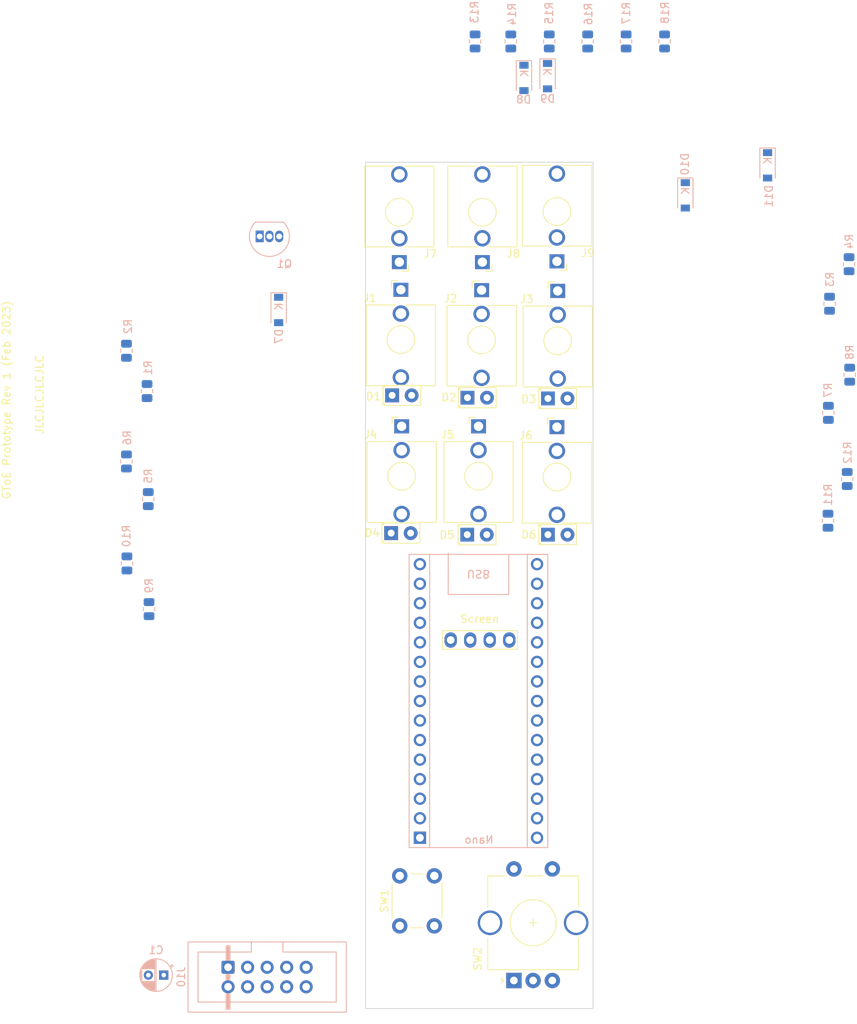
<source format=kicad_pcb>
(kicad_pcb (version 20211014) (generator pcbnew)

  (general
    (thickness 1.6)
  )

  (paper "A4")
  (layers
    (0 "F.Cu" signal)
    (31 "B.Cu" signal)
    (32 "B.Adhes" user "B.Adhesive")
    (33 "F.Adhes" user "F.Adhesive")
    (34 "B.Paste" user)
    (35 "F.Paste" user)
    (36 "B.SilkS" user "B.Silkscreen")
    (37 "F.SilkS" user "F.Silkscreen")
    (38 "B.Mask" user)
    (39 "F.Mask" user)
    (40 "Dwgs.User" user "User.Drawings")
    (41 "Cmts.User" user "User.Comments")
    (42 "Eco1.User" user "User.Eco1")
    (43 "Eco2.User" user "User.Eco2")
    (44 "Edge.Cuts" user)
    (45 "Margin" user)
    (46 "B.CrtYd" user "B.Courtyard")
    (47 "F.CrtYd" user "F.Courtyard")
    (48 "B.Fab" user)
    (49 "F.Fab" user)
    (50 "User.1" user)
    (51 "User.2" user)
    (52 "User.3" user)
    (53 "User.4" user)
    (54 "User.5" user)
    (55 "User.6" user)
    (56 "User.7" user)
    (57 "User.8" user)
    (58 "User.9" user)
  )

  (setup
    (stackup
      (layer "F.SilkS" (type "Top Silk Screen"))
      (layer "F.Paste" (type "Top Solder Paste"))
      (layer "F.Mask" (type "Top Solder Mask") (thickness 0.01))
      (layer "F.Cu" (type "copper") (thickness 0.035))
      (layer "dielectric 1" (type "core") (thickness 1.51) (material "FR4") (epsilon_r 4.5) (loss_tangent 0.02))
      (layer "B.Cu" (type "copper") (thickness 0.035))
      (layer "B.Mask" (type "Bottom Solder Mask") (thickness 0.01))
      (layer "B.Paste" (type "Bottom Solder Paste"))
      (layer "B.SilkS" (type "Bottom Silk Screen"))
      (copper_finish "None")
      (dielectric_constraints no)
    )
    (pad_to_mask_clearance 0)
    (aux_axis_origin 100 40)
    (pcbplotparams
      (layerselection 0x00010f0_ffffffff)
      (disableapertmacros false)
      (usegerberextensions false)
      (usegerberattributes true)
      (usegerberadvancedattributes true)
      (creategerberjobfile true)
      (svguseinch false)
      (svgprecision 6)
      (excludeedgelayer true)
      (plotframeref false)
      (viasonmask false)
      (mode 1)
      (useauxorigin false)
      (hpglpennumber 1)
      (hpglpenspeed 20)
      (hpglpendiameter 15.000000)
      (dxfpolygonmode true)
      (dxfimperialunits true)
      (dxfusepcbnewfont true)
      (psnegative false)
      (psa4output false)
      (plotreference true)
      (plotvalue true)
      (plotinvisibletext false)
      (sketchpadsonfab false)
      (subtractmaskfromsilk false)
      (outputformat 1)
      (mirror false)
      (drillshape 0)
      (scaleselection 1)
      (outputdirectory "Gerbers/")
    )
  )

  (net 0 "")
  (net 1 "unconnected-(A1-Pad1)")
  (net 2 "unconnected-(A1-Pad2)")
  (net 3 "unconnected-(A1-Pad3)")
  (net 4 "GND")
  (net 5 "DIGITAL INPUT")
  (net 6 "ENC_D2")
  (net 7 "ENC_D1")
  (net 8 "Channel 1")
  (net 9 "Channel 2")
  (net 10 "Channel 3")
  (net 11 "Channel 4")
  (net 12 "Channel 5")
  (net 13 "Channel 6")
  (net 14 "START STOP BTN")
  (net 15 "unconnected-(A1-Pad15)")
  (net 16 "unconnected-(A1-Pad16)")
  (net 17 "unconnected-(A1-Pad17)")
  (net 18 "unconnected-(A1-Pad18)")
  (net 19 "unconnected-(A1-Pad19)")
  (net 20 "A1 INPUT")
  (net 21 "A2 INPUT")
  (net 22 "ENC_BTN")
  (net 23 "I2C SDA")
  (net 24 "I2C SCL")
  (net 25 "+5V")
  (net 26 "unconnected-(A1-Pad28)")
  (net 27 "+12V")
  (net 28 "Net-(D1-Pad2)")
  (net 29 "Net-(D2-Pad2)")
  (net 30 "Net-(D3-Pad2)")
  (net 31 "Net-(D4-Pad2)")
  (net 32 "Net-(D5-Pad2)")
  (net 33 "Net-(D6-Pad2)")
  (net 34 "Net-(D7-Pad1)")
  (net 35 "Net-(J1-PadT)")
  (net 36 "unconnected-(J1-PadTN)")
  (net 37 "Net-(J2-PadT)")
  (net 38 "unconnected-(J2-PadTN)")
  (net 39 "Net-(J3-PadT)")
  (net 40 "unconnected-(J3-PadTN)")
  (net 41 "Net-(J4-PadT)")
  (net 42 "unconnected-(J4-PadTN)")
  (net 43 "Net-(J5-PadT)")
  (net 44 "unconnected-(J5-PadTN)")
  (net 45 "Net-(J6-PadT)")
  (net 46 "unconnected-(J6-PadTN)")
  (net 47 "Net-(J7-PadT)")
  (net 48 "unconnected-(J7-PadTN)")
  (net 49 "Net-(J8-PadT)")
  (net 50 "unconnected-(J8-PadTN)")
  (net 51 "Net-(J9-PadT)")
  (net 52 "unconnected-(J9-PadTN)")
  (net 53 "unconnected-(J10-Pad9)")
  (net 54 "unconnected-(J10-Pad10)")
  (net 55 "unconnected-(A1-Pad7)")
  (net 56 "unconnected-(A1-Pad6)")

  (footprint "gtoe:thonkiconn" (layer "F.Cu") (at 124.9 46.4 180))

  (footprint "gtoe:FlatTopLed" (layer "F.Cu") (at 114.5 88.4))

  (footprint "gtoe:thonkiconn" (layer "F.Cu") (at 115.1 63.1))

  (footprint "gtoe:thonkiconn" (layer "F.Cu") (at 114.7 80.8))

  (footprint "gtoe:thonkiconn" (layer "F.Cu") (at 115.2 46.5 180))

  (footprint "gtoe:FlatTopLed" (layer "F.Cu") (at 104.6 88.2))

  (footprint "gtoe:FlatTopLed" (layer "F.Cu") (at 125 70.7))

  (footprint "gtoe:thonkiconn" (layer "F.Cu") (at 125 63.2))

  (footprint "gtoe:FlatTopLed" (layer "F.Cu") (at 114.53 70.6))

  (footprint "gtoe:SwitchEncoder" (layer "F.Cu") (at 121.8 138.85 90))

  (footprint "gtoe:thonkiconn" (layer "F.Cu") (at 124.9 80.9))

  (footprint "gtoe:I2C SSD1306" (layer "F.Cu") (at 114.9 112.7))

  (footprint "gtoe:thonkiconn" (layer "F.Cu") (at 104.6 63.05))

  (footprint "gtoe:FlatTopLed" (layer "F.Cu") (at 125 88.4))

  (footprint "gtoe:FlatTopLed" (layer "F.Cu") (at 104.73 70.3))

  (footprint "gtoe:thonkiconn" (layer "F.Cu") (at 104.7 80.8))

  (footprint "gtoe:thonkiconn" (layer "F.Cu") (at 104.4 46.5 180))

  (footprint "gtoe:button" (layer "F.Cu") (at 106.7 136 90))

  (footprint "Resistor_SMD:R_0805_2012Metric" (layer "B.Cu") (at 118.9 24.3 -90))

  (footprint "Resistor_SMD:R_0805_2012Metric" (layer "B.Cu") (at 123.9 24.3 90))

  (footprint "Capacitor_THT:CP_Radial_D4.0mm_P2.00mm" (layer "B.Cu") (at 73.75 145.65 180))

  (footprint "Resistor_SMD:R_0805_2012Metric" (layer "B.Cu") (at 128.9 24.3 -90))

  (footprint "Resistor_SMD:R_0805_2012Metric" (layer "B.Cu") (at 133.9 24.3 90))

  (footprint "Diode_SMD:D_SOD-123" (layer "B.Cu") (at 152.3 40.4 -90))

  (footprint "Resistor_SMD:R_0805_2012Metric" (layer "B.Cu") (at 68.9 78.89 90))

  (footprint "Diode_SMD:D_SOD-123" (layer "B.Cu") (at 123.68 28.81 -90))

  (footprint "Resistor_SMD:R_0805_2012Metric" (layer "B.Cu") (at 71.74 83.78 -90))

  (footprint "Resistor_SMD:R_0805_2012Metric" (layer "B.Cu") (at 138.9 24.3 -90))

  (footprint "gtoe:Arduino_Nano (adjusted courtyard)" (layer "B.Cu") (at 114.7 112.6))

  (footprint "Resistor_SMD:R_0805_2012Metric" (layer "B.Cu") (at 160.16 86.59 -90))

  (footprint "Resistor_SMD:R_0805_2012Metric" (layer "B.Cu") (at 71.84 98.08 -90))

  (footprint "Resistor_SMD:R_0805_2012Metric" (layer "B.Cu") (at 162.9 53.25 90))

  (footprint "Resistor_SMD:R_0805_2012Metric" (layer "B.Cu") (at 162.66 81.17 90))

  (footprint "Resistor_SMD:R_0805_2012Metric" (layer "B.Cu") (at 160.36 58.39 -90))

  (footprint "Diode_SMD:D_SOD-123" (layer "B.Cu") (at 141.6 44.3 -90))

  (footprint "Resistor_SMD:R_0805_2012Metric" (layer "B.Cu") (at 68.96 92.1425 90))

  (footprint "Resistor_SMD:R_0805_2012Metric" (layer "B.Cu") (at 114.25 24.3 -90))

  (footprint "Resistor_SMD:R_0805_2012Metric" (layer "B.Cu") (at 68.9 64.5 90))

  (footprint "Resistor_SMD:R_0805_2012Metric" (layer "B.Cu") (at 162.98 67.61 90))

  (footprint "Diode_SMD:D_SOD-123" (layer "B.Cu") (at 88.7 59.2 -90))

  (footprint "Resistor_SMD:R_0805_2012Metric" (layer "B.Cu") (at 71.58 69.74 -90))

  (footprint "Resistor_SMD:R_0805_2012Metric" (layer "B.Cu") (at 160.21 72.57 -90))

  (footprint "Diode_SMD:D_SOD-123" (layer "B.Cu") (at 120.61 29.04 -90))

  (footprint "Package_TO_SOT_THT:TO-92_Inline" (layer "B.Cu") (at 86.23 49.64))

  (footprint "gtoe:2x5-eurorack-power" (layer "B.Cu")
    (tedit 5EAC9A07) (tstamp f6f85ebe-5dc9-4679-825f-486dca84f170)
    (at 87.2 145.9 -90)
    (descr "Through hole IDC box header, 2x05, 2.54mm pitch, DIN 41651 / IEC 60603-13, double rows, https://docs.google.com/spreadsheets/d/16SsEcesNF15N3Lb4niX7dcUr-NY5_MFPQhobNuNppn4/edit#gid=0")
    (tags "Through hole vertical IDC box header THT 2x05 2.54mm double row")
    (property "Sheetfile" "gtoe.kicad_sch")
    (property "Sheetname" "")
    (path "/cfacf08c-d7f6-49e7-ab77-ddac5a3ad490")
    (attr through_hole)
    (fp_text reference "J10" (at 0 11.18 -270) (layer "B.SilkS")
      (effects (font (size 1 1) (thickness 0.15)) (justify mirror))
      (tstamp 6bf18d5c-ae19-4713-84b9-5d48c710e078)
    )
    (fp_text value "Power" (at 0 -11.18 -270) (layer "B.Fab")
      (effects (font (size 1 1) (thickness 0.15)) (justify mirror))
      (tstamp 462d7f1b-7869-4bed-b055-aee5ea6d2196)
    )
    (fp_text user "${REFERENCE}" (at -6.604 0.508) (layer "B.Fab")
      (effects (font (size 1 1) (thickness 0.15)) (justify mirror))
      (tstamp 21994620-f871-489e-b4ae-aa13ad479bc0)
    )
    (fp_line (start -4.56 10.29) (end 4.56 10.29) (layer "B.SilkS") (width 0.12) (tstamp 0120b533-8932-42a8-98de-3800d999e246))
    (fp_line (start -3.25 2.05) (end -3.25 8.99) (layer "B.SilkS") (width 0.12) (tstamp 0c6f19ae-b4bb-4384-b0fd-4f019fc5b8a9))
    (fp_line (start -3.25 8.99) (end 3.25 8.99) (layer "B.SilkS") (width 0.12) (tstamp 2907bce9-8bae-4908-931f-34a6588caaeb))
    (fp_line (start -3.25 -2.05) (end -4.56 -2.05) (layer "B.SilkS") (width 0.12) (tstamp 3036df87-71f0-426c-9457-238cef095c45))
    (fp_line (start -4.56 2.05) (end -3.25 2.05) (layer "B.SilkS") (width 0.12) (tstamp 4f5f4d05-3db7-47f9-acb1-9fc7631dc7af))
    (fp_line (start 3.25 8.99) (end 3.25 -8.99) (layer "B.SilkS") (width 0.12) (tstamp 70d46e17-5c7f-46b3-a5d9-7b89b28abfcb))
    (fp_line (start 4.56 10.29) (end 4.56 -10.29) (layer "B.SilkS") (width 0.12) (tstamp 7a5718f1-3c22-491b-93e6-9d02c22e3768))
    (fp_line (start 4.56 -10.29) (end -4.56 -10.29
... [6103 chars truncated]
</source>
